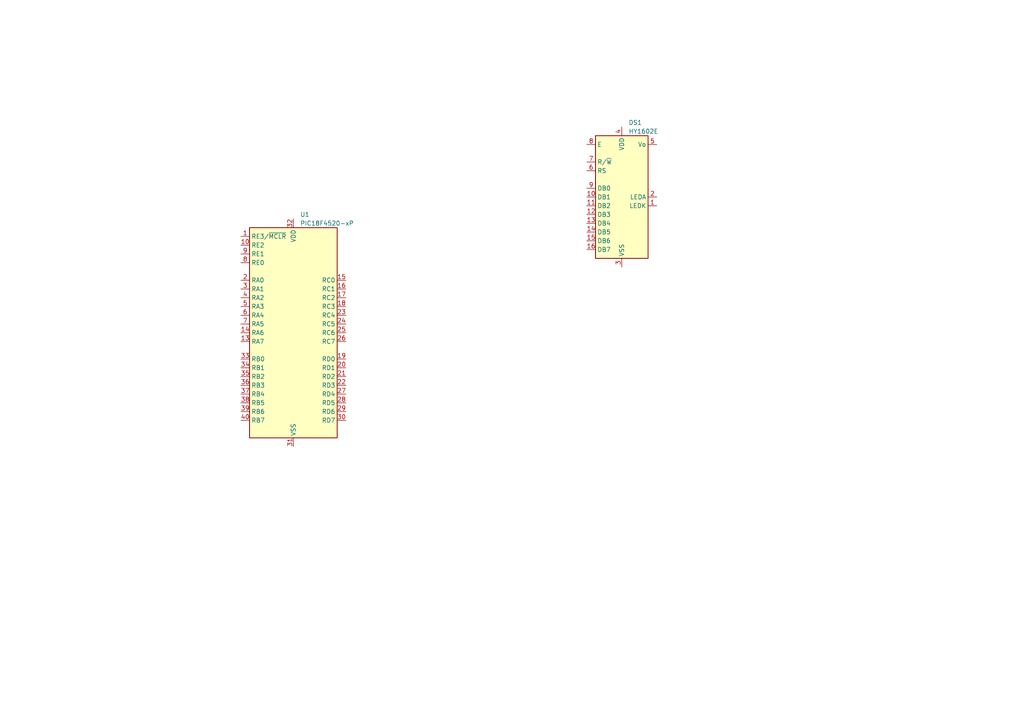
<source format=kicad_sch>
(kicad_sch (version 20230121) (generator eeschema)
  (paper "A4")
  (lib_symbols
    (symbol "Display_Character:HY1602E"
      (property "Reference" "DS" (at -6.096 19.05 0))
      (property "Value" "HY1602E" (at 5.08 19.05 0))
      (symbol "HY1602E_0_1"
        (rectangle (start -7.62 17.78) (end 7.62 -17.78) (stroke (width 0.254)) (fill (type background)))
      )
      (symbol "HY1602E_1_1"
        (pin passive line (at 10.16 -2.54 180) (length 2.54) (name "LEDK") (number "1"))
        (pin bidirectional line (at -10.16 0 0) (length 2.54) (name "DB1") (number "10"))
        (pin bidirectional line (at -10.16 -2.54 0) (length 2.54) (name "DB2") (number "11"))
        (pin bidirectional line (at -10.16 -5.08 0) (length 2.54) (name "DB3") (number "12"))
        (pin bidirectional line (at -10.16 -7.62 0) (length 2.54) (name "DB4") (number "13"))
        (pin bidirectional line (at -10.16 -10.16 0) (length 2.54) (name "DB5") (number "14"))
        (pin bidirectional line (at -10.16 -12.7 0) (length 2.54) (name "DB6") (number "15"))
        (pin bidirectional line (at -10.16 -15.24 0) (length 2.54) (name "DB7") (number "16"))
        (pin passive line (at 10.16 0 180) (length 2.54) (name "LEDA") (number "2"))
        (pin power_in line (at 0 -20.32 90) (length 2.54) (name "VSS") (number "3"))
        (pin power_in line (at 0 20.32 270) (length 2.54) (name "VDD") (number "4"))
        (pin input line (at 10.16 15.24 180) (length 2.54) (name "Vo") (number "5"))
        (pin input line (at -10.16 7.62 0) (length 2.54) (name "RS") (number "6"))
        (pin input line (at -10.16 10.16 0) (length 2.54) (name "R/~{W}") (number "7"))
        (pin input line (at -10.16 15.24 0) (length 2.54) (name "E") (number "8"))
        (pin bidirectional line (at -10.16 2.54 0) (length 2.54) (name "DB0") (number "9"))
      )
    )
    (symbol "MCU_Microchip_PIC18:PIC18F4520-xP"
      (property "Reference" "U" (at -13.97 31.75 0))
      (property "Value" "PIC18F4520-xP" (at 2.54 31.75 0))
      (symbol "PIC18F4520-xP_0_1"
        (rectangle (start -12.7 30.48) (end 12.7 -30.48) (stroke (width 0.254)) (fill (type background)))
      )
      (symbol "PIC18F4520-xP_1_1"
        (pin input line (at -15.24 27.94 0) (length 2.54) (name "RE3/~{MCLR}") (number "1"))
        (pin bidirectional line (at -15.24 25.4 0) (length 2.54) (name "RE2") (number "10"))
        (pin passive line (at 0 33.02 270) (length 2.54) hide (name "VDD") (number "11"))
        (pin passive line (at 0 -33.02 90) (length 2.54) hide (name "VSS") (number "12"))
        (pin bidirectional line (at -15.24 -2.54 0) (length 2.54) (name "RA7") (number "13"))
        (pin bidirectional line (at -15.24 0 0) (length 2.54) (name "RA6") (number "14"))
        (pin bidirectional line (at 15.24 15.24 180) (length 2.54) (name "RC0") (number "15"))
        (pin bidirectional line (at 15.24 12.7 180) (length 2.54) (name "RC1") (number "16"))
        (pin bidirectional line (at 15.24 10.16 180) (length 2.54) (name "RC2") (number "17"))
        (pin bidirectional line (at 15.24 7.62 180) (length 2.54) (name "RC3") (number "18"))
        (pin bidirectional line (at 15.24 -7.62 180) (length 2.54) (name "RD0") (number "19"))
        (pin bidirectional line (at -15.24 15.24 0) (length 2.54) (name "RA0") (number "2"))
        (pin bidirectional line (at 15.24 -10.16 180) (length 2.54) (name "RD1") (number "20"))
        (pin bidirectional line (at 15.24 -12.7 180) (length 2.54) (name "RD2") (number "21"))
        (pin bidirectional line (at 15.24 -15.24 180) (length 2.54) (name "RD3") (number "22"))
        (pin bidirectional line (at 15.24 5.08 180) (length 2.54) (name "RC4") (number "23"))
        (pin bidirectional line (at 15.24 2.54 180) (length 2.54) (name "RC5") (number "24"))
        (pin bidirectional line (at 15.24 0 180) (length 2.54) (name "RC6") (number "25"))
        (pin bidirectional line (at 15.24 -2.54 180) (length 2.54) (name "RC7") (number "26"))
        (pin bidirectional line (at 15.24 -17.78 180) (length 2.54) (name "RD4") (number "27"))
        (pin bidirectional line (at 15.24 -20.32 180) (length 2.54) (name "RD5") (number "28"))
        (pin bidirectional line (at 15.24 -22.86 180) (length 2.54) (name "RD6") (number "29"))
        (pin bidirectional line (at -15.24 12.7 0) (length 2.54) (name "RA1") (number "3"))
        (pin bidirectional line (at 15.24 -25.4 180) (length 2.54) (name "RD7") (number "30"))
        (pin power_in line (at 0 -33.02 90) (length 2.54) (name "VSS") (number "31"))
        (pin power_in line (at 0 33.02 270) (length 2.54) (name "VDD") (number "32"))
        (pin bidirectional line (at -15.24 -7.62 0) (length 2.54) (name "RB0") (number "33"))
        (pin bidirectional line (at -15.24 -10.16 0) (length 2.54) (name "RB1") (number "34"))
        (pin bidirectional line (at -15.24 -12.7 0) (length 2.54) (name "RB2") (number "35"))
        (pin bidirectional line (at -15.24 -15.24 0) (length 2.54) (name "RB3") (number "36"))
        (pin bidirectional line (at -15.24 -17.78 0) (length 2.54) (name "RB4") (number "37"))
        (pin bidirectional line (at -15.24 -20.32 0) (length 2.54) (name "RB5") (number "38"))
        (pin bidirectional line (at -15.24 -22.86 0) (length 2.54) (name "RB6") (number "39"))
        (pin bidirectional line (at -15.24 10.16 0) (length 2.54) (name "RA2") (number "4"))
        (pin bidirectional line (at -15.24 -25.4 0) (length 2.54) (name "RB7") (number "40"))
        (pin bidirectional line (at -15.24 7.62 0) (length 2.54) (name "RA3") (number "5"))
        (pin bidirectional line (at -15.24 5.08 0) (length 2.54) (name "RA4") (number "6"))
        (pin bidirectional line (at -15.24 2.54 0) (length 2.54) (name "RA5") (number "7"))
        (pin bidirectional line (at -15.24 20.32 0) (length 2.54) (name "RE0") (number "8"))
        (pin bidirectional line (at -15.24 22.86 0) (length 2.54) (name "RE1") (number "9"))
      )
    )
  )
  (symbol (lib_id "MCU_Microchip_PIC18:PIC18F4520-xP") (at 85.09 96.52 0) (unit 1)
    (property "Reference" "U1" (at 87.0459 62.23 0) (effects (justify left)))
    (property "Value" "PIC18F4520-xP" (at 87.0459 64.77 0) (effects (justify left)))
    (property "Footprint" "Package_DIP:DIP-40_W15.24mm" (effects hide))
    (property "Datasheet" "http://ww1.microchip.com/downloads/en/DeviceDoc/39631E.pdf" (effects hide))
  )
  (symbol (lib_id "Display_Character:HY1602E") (at 180.34 57.15 0) (unit 1)
    (property "Reference" "DS1" (at 182.2959 35.56 0) (effects (justify left)))
    (property "Value" "HY1602E" (at 182.2959 38.1 0) (effects (justify left)))
    (property "Footprint" "Display:HY1602E" (effects hide))
    (property "Datasheet" "http://www.icbank.com/data/ICBShop/board/HY1602E.pdf" (effects hide))
  )
)
</source>
